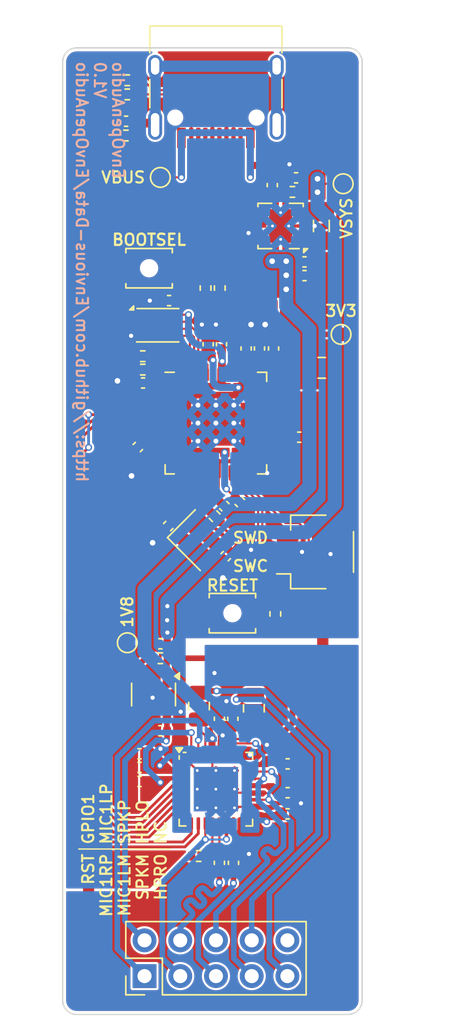
<source format=kicad_pcb>
(kicad_pcb (version 20240108) (generator "pcbnew") (generator_version "8.0")
  (title_block (title "EnvOpenAudio") (date "2021-09-14") (company "Envious.Design"))
  (layers (0 "F.Cu" signal) (31 "B.Cu" signal) (34 "B.Paste" user) (35 "F.Paste" user) (36 "B.SilkS" user "B.Silkscreen") (37 "F.SilkS" user "F.Silkscreen") (38 "B.Mask" user) (39 "F.Mask" user) (44 "Edge.Cuts" user))
  (net 0 "")
  (net 1 "VBUS")
  (net 2 "+1V1")
  (net 3 "/~{USB_BOOT}")
  (net 4 "/GPIO15")
  (net 5 "/GPIO14")
  (net 6 "/GPIO13")
  (net 7 "/GPIO12")
  (net 8 "/GPIO11")
  (net 9 "/GPIO10")
  (net 10 "/GPIO9")
  (net 11 "/GPIO8")
  (net 12 "/GPIO7")
  (net 13 "/GPIO25")
  (net 14 "/GPIO22")
  (net 15 "/GPIO21")
  (net 16 "/GPIO20")
  (net 17 "/GPIO19")
  (net 18 "/GPIO18")
  (net 19 "/GPIO17")
  (net 20 "/GPIO16")
  (net 21 "/RUN")
  (net 22 "/SWD")
  (net 23 "/SWCLK")
  (net 24 "/QSPI_SS")
  (net 25 "Net-(J1-SHIELD)")
  (net 26 "/QSPI_SD3")
  (net 27 "/QSPI_SCLK")
  (net 28 "/QSPI_SD0")
  (net 29 "/QSPI_SD2")
  (net 30 "/QSPI_SD1")
  (net 31 "+1V8")
  (net 32 "Net-(J1-CC1)")
  (net 33 "USB_D+")
  (net 34 "USB_D-")
  (net 35 "VSYS")
  (net 36 "+3V3")
  (net 37 "/XIN")
  (net 39 "Net-(J1-CC2)")
  (net 40 "/GPIO24")
  (net 41 "/GPIO23")
  (net 43 "GND")
  (net 44 "/GPIO27_ADC1")
  (net 45 "/GPIO26_ADC0")
  (net 46 "/GPIO28_ADC2")
  (net 47 "/GPIO29_ADC3")
  (net 48 "HPLO")
  (net 49 "HPRO")
  (net 50 "Net-(C3-Pad1)")
  (net 51 "MIC1RP")
  (net 52 "SPKP")
  (net 53 "AUDIO-RESET")
  (net 54 "AUDIO-GPIO1")
  (net 55 "Net-(U2-EN)")
  (net 56 "I2C0_SDA")
  (net 57 "I2C0_SCL")
  (net 58 "AUDIO-DOUT")
  (net 59 "AUDIO-DIN")
  (net 60 "AUDIO_WCLK")
  (net 61 "AUDIO_BCLK")
  (net 62 "AUDIO_MCLK")
  (net 64 "Net-(U5-HPL)")
  (net 65 "Net-(U5-HPR)")
  (net 66 "Net-(U5-MIC1LM)")
  (net 67 "Net-(U5-MIC1LP)")
  (net 68 "Net-(U2-L1)")
  (net 69 "Net-(U2-L2)")
  (net 70 "/FLASH_SS")
  (net 71 "/XOUT")
  (net 72 "Net-(R9-Pad1)")
  (net 73 "Net-(U3-EN)")
  (net 74 "Net-(U4-USB_DP)")
  (net 75 "Net-(U4-USB_DM)")
  (net 76 "Net-(U5-MICBIAS)")
  (net 79 "MIC1LN")
  (net 80 "MIC1LP")
  (net 81 "SPKN")
  (footprint "Resistor_SMD:R_0402_1005Metric" (layer "F.Cu") (at 64.775 88.75)
    (property "Reference" "R15" (hide yes))
    (property "Value" "22K 0402")
  )
  (footprint "TestPoint:TestPoint_Pad_D1.0mm" (layer "F.Cu") (at 62.05 40.55)
    (property "Reference" "TP1" (hide yes))
    (property "Value" "TestPoint")
  )
  (footprint "Capacitor_SMD:C_0402_1005Metric" (layer "F.Cu") (at 67.205 79 90)
    (property "Reference" "C31" (hide yes))
    (property "Value" "100nF 0402")
  )
  (footprint "Capacitor_SMD:C_0402_1005Metric" (layer "F.Cu") (at 67.7 63.6 -45)
    (property "Reference" "C11" (hide yes))
    (property "Value" "100nf 0402")
  )
  (footprint "Button_Switch_SMD:SW_SPST_B3U-1000P-B" (layer "F.Cu") (at 67.175 71.5 180)
    (property "Reference" "SW2" (hide yes))
    (property "Value" "B3U-1000")
  )
  (footprint "Capacitor_SMD:C_0402_1005Metric" (layer "F.Cu") (at 66.4 52.4 90)
    (property "Reference" "C19" (hide yes))
    (property "Value" "100nf 0402")
  )
  (footprint "Package_TO_SOT_SMD:SOT-23-5" (layer "F.Cu") (at 61.5675 77.275 -90)
    (property "Reference" "U3" (hide yes))
    (property "Value" "TLV75518PDBV")
  )
  (footprint "Capacitor_SMD:C_0402_1005Metric" (layer "F.Cu") (at 70.01 41.1 90)
    (property "Reference" "C6" (hide yes))
    (property "Value" "0.1uF 0402")
  )
  (footprint "TestPoint:TestPoint_Pad_D1.0mm" (layer "F.Cu") (at 74.9 51.7)
    (property "Reference" "TP4" (hide yes))
    (property "Value" "TestPoint")
  )
  (footprint "Capacitor_SMD:C_0402_1005Metric" (layer "F.Cu") (at 62.67 49.3 180)
    (property "Reference" "C4" (hide yes))
    (property "Value" "100nf 0402")
  )
  (footprint "Capacitor_SMD:C_0402_1005Metric" (layer "F.Cu") (at 60.57 81.485 180)
    (property "Reference" "C32" (hide yes))
    (property "Value" "10uF 0402")
  )
  (footprint "Capacitor_SMD:C_0402_1005Metric" (layer "F.Cu") (at 72.3 46.55)
    (property "Reference" "C9" (hide yes))
    (property "Value" "10uF 0402")
  )
  (footprint "Capacitor_SMD:C_0402_1005Metric" (layer "F.Cu") (at 66.6 63.9 -45)
    (property "Reference" "C23" (hide yes))
    (property "Value" "100nf 0402")
  )
  (footprint "Capacitor_SMD:C_0402_1005Metric" (layer "F.Cu") (at 66.25 79 90)
    (property "Reference" "C28" (hide yes))
    (property "Value" "10uF 0402")
  )
  (footprint "Capacitor_SMD:C_0402_1005Metric" (layer "F.Cu") (at 69.1 52.7 90)
    (property "Reference" "C17" (hide yes))
    (property "Value" "100nf 0402")
  )
  (footprint "Capacitor_SMD:C_0805_2012Metric" (layer "F.Cu") (at 68.7 78.25 90)
    (property "Reference" "C35" (hide yes))
    (property "Value" "47uF 0805")
  )
  (footprint "Capacitor_SMD:C_0402_1005Metric" (layer "F.Cu") (at 62.05 79.85)
    (property "Reference" "C16" (hide yes))
    (property "Value" "10uf 0402")
  )
  (footprint "Capacitor_SMD:C_0805_2012Metric" (layer "F.Cu") (at 73.525 54.075)
    (property "Reference" "C24" (hide yes))
    (property "Value" "10uf 0805")
  )
  (footprint "Resistor_SMD:R_0402_1005Metric" (layer "F.Cu") (at 62.05 74.7)
    (property "Reference" "R12" (hide yes))
    (property "Value" "100K 0402")
  )
  (footprint "Resistor_SMD:R_0402_1005Metric" (layer "F.Cu") (at 71.44 41.58 180)
    (property "Reference" "R7" (hide yes))
    (property "Value" "100ohm 0402")
  )
  (footprint "Capacitor_SMD:C_0402_1005Metric" (layer "F.Cu") (at 71.1 82.2)
    (property "Reference" "C38" (hide yes))
    (property "Value" "100nF 0402")
  )
  (footprint "Capacitor_SMD:C_0402_1005Metric" (layer "F.Cu") (at 62.610589 65.310589 -135)
    (property "Reference" "C2" (hide yes))
    (property "Value" "15pf 0402")
  )
  (footprint "NetTie:NetTie-2_SMD_Pad2.0mm" (layer "F.Cu") (at 74.3 36.400001 -90)
    (property "Reference" "NT1" (hide yes))
    (property "Value" "NetTie_2" (hide yes))
  )
  (footprint "Capacitor_SMD:C_0402_1005Metric" (layer "F.Cu") (at 66.7 67.45 -135)
    (property "Reference" "C3" (hide yes))
    (property "Value" "15pf 0402")
  )
  (footprint "TestPoint:TestPoint_Pad_D1.0mm" (layer "F.Cu") (at 59.7 73.6)
    (property "Reference" "TP3" (hide yes))
    (property "Value" "TestPoint")
  )
  (footprint "Capacitor_SMD:C_0402_1005Metric" (layer "F.Cu") (at 60.45 59.7 -135)
    (property "Reference" "C21" (hide yes))
    (property "Value" "100nf 0402")
  )
  (footprint "Capacitor_SMD:C_0402_1005Metric" (layer "F.Cu") (at 62.055 73.675)
    (property "Reference" "C12" (hide yes))
    (property "Value" "10uf 0402")
  )
  (footprint "Resistor_SMD:R_0402_1005Metric" (layer "F.Cu") (at 60.8 53.25 180)
    (property "Reference" "R3" (hide yes))
    (property "Value" "0r 0402")
  )
  (footprint "Resistor_SMD:R_0402_1005Metric" (layer "F.Cu") (at 59.6 37.575 180)
    (property "Reference" "R1" (hide yes))
    (property "Value" "220 0402")
  )
  (footprint "Capacitor_SMD:C_0402_1005Metric" (layer "F.Cu") (at 59.615 36.56)
    (property "Reference" "C1" (hide yes))
    (property "Value" "0.1uf 0402")
  )
  (footprint "Button_Switch_SMD:SW_SPST_B3U-1000P-B" (layer "F.Cu") (at 61.25 47 180)
    (property "Reference" "SW1" (hide yes))
    (property "Value" "B3U-1000")
  )
  (footprint "Capacitor_SMD:C_0402_1005Metric" (layer "F.Cu") (at 71.1 84.25)
    (property "Reference" "C37" (hide yes))
    (property "Value" "100nF 0402")
  )
  (footprint "Capacitor_SMD:C_0402_1005Metric" (layer "F.Cu") (at 71.7 40.58 180)
    (property "Reference" "C5" (hide yes))
    (property "Value" "10uF 0402")
  )
  (footprint "Capacitor_SMD:C_0402_1005Metric" (layer "F.Cu") (at 72.3 47.525)
    (property "Reference" "C10" (hide yes))
    (property "Value" "10uF 0402")
  )
  (footprint "Capacitor_SMD:C_0402_1005Metric" (layer "F.Cu") (at 71.1 85.75)
    (property "Reference" "C27" (hide yes))
    (property "Value" "10uF 0402")
  )
  (footprint "Resistor_SMD:R_0402_1005Metric" (layer "F.Cu") (at 60.8 54.2 180)
    (property "Reference" "R11" (hide yes))
    (property "Value" "1k 4020")
  )
  (footprint "Capacitor_SMD:C_0402_1005Metric" (layer "F.Cu") (at 70.1 52.7 90)
    (property "Reference" "C18" (hide yes))
    (property "Value" "100nf 0402")
  )
  (footprint "Resistor_SMD:R_0402_1005Metric" (layer "F.Cu") (at 66.275 48.41 -90)
    (property "Reference" "R14" (hide yes))
    (property "Value" "27r 0402")
  )
  (footprint "Resistor_SMD:R_0402_1005Metric" (layer "F.Cu") (at 65.910589 64.610589 -45)
    (property "Reference" "R8" (hide yes))
    (property "Value" "1k 4020")
  )
  (footprint "Package_DFN_QFN:VQFN-32-1EP_5x5mm_P0.5mm_EP3.15x3.15mm_ThermalVias" (layer "F.Cu") (at 66 84)
    (property "Reference" "U5" (hide yes))
    (property "Value" "TLV320AIC3100")
  )
  (footprint "Connector_PinHeader_2.54mm:PinHeader_2x05_P2.54mm_Vertical" (layer "F.Cu") (at 60.925 97.275 90)
    (property "Reference" "J3" (hide yes))
    (property "Value" "Conn_01x10")
  )
  (footprint "Capacitor_SMD:C_0402_1005Metric" (layer "F.Cu") (at 68.15 52.7 90)
    (property "Reference" "C15" (hide yes))
    (property "Value" "100nf 0402")
  )
  (footprint "Crystal:Crystal_SMD_2520-4Pin_2.5x2.0mm" (layer "F.Cu") (at 64.710589 66.310589 -45)
    (property "Reference" "Y1" (hide yes))
    (property "Value" "12Mhz 2520 18pF")
  )
  (footprint "Capacitor_SMD:C_0402_1005Metric" (layer "F.Cu") (at 71.925 59)
    (property "Reference" "C20" (hide yes))
    (property "Value" "100nf 0402")
  )
  (footprint "Capacitor_SMD:C_0402_1005Metric" (layer "F.Cu") (at 60.82 55.15 180)
    (property "Reference" "C22" (hide yes))
    (property "Value" "100nf 0402")
  )
  (footprint "Capacitor_SMD:C_0402_1005Metric" (layer "F.Cu") (at 60.57 82.45 180)
    (property "Reference" "C30" (hide yes))
    (property "Value" "10uF 0402")
  )
  (footprint "Resistor_SMD:R_0402_1005Metric" (layer "F.Cu") (at 65.265 48.41 -90)
    (property "Reference" "R13" (hide yes))
    (property "Value" "27r 0402")
  )
  (footprint "Resistor_SMD:R_0402_1005Metric" (layer "F.Cu") (at 70.225 71.55 90)
    (property "Reference" "R9" (hide yes))
    (property "Value" "1k 4020")
  )
  (footprint "Connector_USB:USB_C_Receptacle_HRO_TYPE-C-31-M-12" (layer "F.Cu") (at 66 33.7 180)
    (property "Reference" "J1" (hide yes))
    (property "Value" "USB_C_Receptacle_USB2.0" (hide yes))
  )
  (footprint "Package_SON:Texas_DRC0010J_ThermalVias" (layer "F.Cu") (at 70.6 44 180)
    (property "Reference" "U2" (hide yes))
    (property "Value" "TPS63001DRCR")
  )
  (footprint "Package_SON:SON-8-1EP_3x2mm_P0.5mm_EP1.4x1.6mm" (layer "F.Cu") (at 61.8625 51.05)
    (property "Reference" "U1" (hide yes))
    (property "Value" "W25Q16JVUXIQ")
  )
  (footprint "TestPoint:TestPoint_Pad_D1.0mm" (layer "F.Cu") (at 75.05 41)
    (property "Reference" "TP2" (hide yes))
    (property "Value" "TestPoint")
  )
  (footprint "Resistor_SMD:R_0402_1005Metric" (layer "F.Cu") (at 59.7 34.655)
    (property "Reference" "R5" (hide yes))
    (property "Value" "5.1K 0402")
  )
  (footprint "Resistor_SMD:R_0402_1005Metric" (layer "F.Cu") (at 59.7 33.65)
    (property "Reference" "R4" (hide yes))
    (property "Value" "5.1K 0402")
  )
  (footprint "RP2040_minimal:RP2040-QFN-56" (layer "F.Cu") (at 66 58)
    (property "Reference" "U4" (hide yes))
    (property "Value" "RP2040")
  )
  (footprint "Capacitor_SMD:C_0805_2012Metric" (layer "F.Cu") (at 64.8 78.1 90)
    (property "Reference" "C36" (hide yes))
    (property "Value" "47uF 0805")
  )
  (footprint "Capacitor_SMD:C_0402_1005Metric" (layer "F.Cu") (at 67.25 89.23 -90)
    (property "Reference" "C39" (hide yes))
    (property "Value" "1uF 0402")
  )
  (footprint "Capacitor_SMD:C_0402_1005Metric" (layer "F.Cu") (at 65.45 52.4 90)
    (property "Reference" "C14" (hide yes))
    (property "Value" "4.7uf 0402")
  )
  (footprint "Inductor_SMD:L_0805_2012Metric" (layer "F.Cu") (at 73.5 44 -90)
    (property "Reference" "L1" (hide yes))
    (property "Value" "MPL2016S2R2NHT")
  )
  (footprint "Connector_JST:JST_SH_SM03B-SRSS-TB_1x03-1MP_P1.00mm_Horizontal" (layer "F.Cu") (at 73.1 67.15 90)
    (property "Reference" "J2" (hide yes))
    (property "Value" "SM03B-SRSS-TB")
  )
  (footprint "Capacitor_SMD:C_0402_1005Metric" (layer "F.Cu") (at 66.25 89.23 -90)
    (property "Reference" "C40" (hide yes))
    (property "Value" "1uF 0402")
  )
  (footprint "Capacitor_SMD:C_0402_1005Metric" (layer "F.Cu") (at 60.57 83.45 180)
    (property "Reference" "C29" (hide yes))
    (property "Value" "100nF 0402")
  )
  (gr_line (start 56.25 88.25) (end 62.75 88.25) (stroke (width 0.1)) (layer "F.SilkS"))
  (gr_line (start 76.396366 32.35) (end 76.396366 99) (stroke (width 0.1)) (layer "Edge.Cuts"))
  (gr_line (start 75.396366 100) (end 56.103634 100) (stroke (width 0.1)) (layer "Edge.Cuts"))
  (gr_arc (start 75.396366 31.35) (mid 76.103473 31.642893) (end 76.396366 32.35) (stroke (width 0.1)) (layer "Edge.Cuts"))
  (gr_arc (start 76.396366 99) (mid 76.103471 99.707095) (end 75.396366 100) (stroke (width 0.1)) (layer "Edge.Cuts"))
  (gr_line (start 55.103634 99) (end 55.103634 32.35) (stroke (width 0.1)) (layer "Edge.Cuts"))
  (gr_line (start 56.103634 31.35) (end 75.396366 31.35) (stroke (width 0.1)) (layer "Edge.Cuts"))
  (gr_arc (start 55.103634 32.35) (mid 55.396529 31.642905) (end 56.103634 31.35) (stroke (width 0.1)) (layer "Edge.Cuts"))
  (gr_arc (start 56.103634 100) (mid 55.396505 99.707119) (end 55.103634 99) (stroke (width 0.1)) (layer "Edge.Cuts"))
  (gr_text "EnvOpenAudio\nV1.0\nhttps://github.com/Envious-Data/EnvOpenAudio" (at 56 32.25 -90) (layer "B.SilkS") (effects (font (size 0.8 0.8) (thickness 0.15) (bold yes)) (justify right bottom mirror)))
  (gr_text "VBUS" (at 61.05 40.55 0) (layer "F.SilkS") (effects (font (size 0.8 0.8) (thickness 0.15) (bold yes)) (justify right)))
  (gr_text "RESET" (at 67.175 70 0) (layer "F.SilkS") (effects (font (size 0.8 0.8) (thickness 0.15) (bold yes)) (justify bottom)))
  (gr_text "RST\nMIC1RP\nMIC1LM\nSPKM\nHPRO" (at 59.5 88.5 90) (layer "F.SilkS") (effects (font (size 0.8 0.8) (thickness 0.15) (bold yes)) (justify right)))
  (gr_text "SWC" (at 69.8 68.15 0) (layer "F.SilkS") (effects (font (size 0.8 0.8) (thickness 0.15) (bold yes)) (justify right)))
  (gr_text "VSYS" (at 75.75 43.45 90) (layer "F.SilkS") (effects (font (size 0.8 0.8) (thickness 0.15) (bold yes)) (justify bottom)))
  (gr_text "SWD" (at 69.8 66.15 0) (layer "F.SilkS") (effects (font (size 0.8 0.8) (thickness 0.15) (bold yes)) (justify right)))
  (gr_text "1V8" (at 59.7 72.6 90) (layer "F.SilkS") (effects (font (size 0.8 0.8) (thickness 0.15) (bold yes)) (justify left)))
  (gr_text "BOOTSEL" (at 61.25 45.45 0) (layer "F.SilkS") (effects (font (size 0.8 0.8) (thickness 0.16) (bold yes)) (justify bottom)))
  (gr_text "GPIO1\nMIC1LP\nSPKP\nHPLO\nNC" (at 59.5 88 90) (layer "F.SilkS") (effects (font (size 0.8 0.8) (thickness 0.15) (bold yes)) (justify left)))
  (gr_text "3V3" (at 74.9 50.5 0) (layer "F.SilkS") (effects (font (size 0.8 0.8) (thickness 0.15) (bold yes)) (justify bottom)))
  (segment (start 63.55 37.745) (end 63.55 40.55) (width 0.5) (layer "F.Cu") (net 1))
  (segment (start 68.45 37.745) (end 68.45 40.55) (width 0.5) (layer "F.Cu") (net 1))
  (segment (start 68.45 39.7) (end 68.45 40.55) (width 0.5) (layer "F.Cu") (net 1))
  (segment (start 72.5 34.4) (end 71.8 35.1) (width 0.5) (layer "F.Cu") (net 1))
  (segment (start 74.3 34.4) (end 72.5 34.4) (width 0.5) (layer "F.Cu") (net 1))
  (segment (start 63.55 40.55) (end 62.05 40.55) (width 0.15) (layer "F.Cu") (net 1))
  (segment (start 71.8 37.65) (end 69.75 39.7) (width 0.5) (layer "F.Cu") (net 1))
  (segment (start 69.75 39.7) (end 68.45 39.7) (width 0.5) (layer "F.Cu") (net 1))
  (segment (start 71.8 35.1) (end 71.8 37.65) (width 0.5) (layer "F.Cu") (net 1))
  (via (at 68.45 40.55) (size 0.5) (drill 0.3) (layers "F.Cu" "B.Cu") (net 1))
  (via (at 63.55 40.55) (size 0.5) (drill 0.3) (layers "F.Cu" "B.Cu") (net 1))
  (segment (start 63.55 37.375) (end 68.45 37.375) (width 0.5) (layer "B.Cu") (net 1))
  (segment (start 63.55 40.55) (end 63.55 37.375) (width 0.5) (layer "B.Cu") (net 1))
  (segment (start 68.45 37.375) (end 68.45 40.55) (width 0.5) (layer "B.Cu") (net 1))
  (segment (start 66.6 61.4375) (end 66.6 62.525) (width 0.15) (layer "F.Cu") (net 2))
  (segment (start 66.6 62.525) (end 67.335589 63.260589) (width 0.15) (layer "F.Cu") (net 2))
  (segment (start 67.335589 63.260589) (end 67.360589 63.260589) (width 0.15) (layer "F.Cu") (net 2))
  (segment (start 65.8 54.5625) (end 65.8 53.525) (width 0.15) (layer "F.Cu") (net 2))
  (via (at 66.625 60.075) (size 0.5) (drill 0.3) (layers "F.Cu" "B.Cu") (net 2))
  (via (at 65.8 53.525) (size 0.5) (drill 0.3) (layers "F.Cu" "B.Cu") (net 2))
  (via (at 67.6 55.475) (size 0.5) (drill 0.3) (layers "F.Cu" "B.Cu") (net 2))
  (via (at 66.75 62.675) (size 0.5) (drill 0.3) (layers "F.Cu" "B.Cu") (net 2))
  (segment (start 65.8 54.875) (end 65.8 53.525) (width 0.5) (layer "B.Cu") (net 2))
  (segment (start 66.625 60.075) (end 66.625 62.373224) (width 0.5) (layer "B.Cu") (net 2))
  (segment (start 67.6 55.475) (end 67.598899 55.473899) (width 0.5) (layer "B.Cu") (net 2))
  (segment (start 67.598899 55.473899) (end 66.33252 55.473899) (width 0.5) (layer "B.Cu") (net 2))
  (arc (start 66.33252 55.473899) (mid 65.952615 55.274808) (end 65.8 54.875) (width 0.5) (layer "B.Cu") (net 2))
  (arc (start 66.625 62.373224) (mid 66.657487 62.536544) (end 66.75 62.675) (width 0.5) (layer "B.Cu") (net 2))
  (segment (start 58.55 51.227208) (end 58.55 52.374264) (width 0.15) (layer "F.Cu") (net 3))
  (segment (start 59.6 53.424264) (end 59.6 54) (width 0.15) (layer "F.Cu") (net 3))
  (segment (start 58.55 52.374264) (end 59.6 53.424264) (width 0.15) (layer "F.Cu") (net 3))
  (segment (start 59.8 54.2) (end 60.290001 54.2) (width 0.15) (layer "F.Cu") (net 3))
  (segment (start 59.549999 47) (end 59.549999 50.227209) (width 0.15) (layer "F.Cu") (net 3))
  (segment (start 59.6 54) (end 59.8 54.2) (width 0.15) (layer "F.Cu") (net 3))
  (segment (start 59.549999 50.227209) (end 58.55 51.227208) (width 0.15) (layer "F.Cu") (net 3))
  (segment (start 65.474999 71.5) (end 65.474999 70.675001) (width 0.15) (layer "F.Cu") (net 21))
  (segment (start 72.6 68.8) (end 72.6 65.8) (width 0.15) (layer "F.Cu") (net 21))
  (segment (start 70.948528 65.1) (end 67.8 61.951472) (width 0.15) (layer "F.Cu") (net 21))
  (segment (start 65.474999 70.675001) (end 65.95 70.2) (width 0.15) (layer "F.Cu") (net 21))
  (segment (start 72.1 69.3) (end 72.6 68.8) (width 0.15) (layer "F.Cu") (net 21))
  (segment (start 71.9 65.1) (end 70.948528 65.1) (width 0.15) (layer "F.Cu") (net 21))
  (segment (start 69.5 70.2) (end 70.4 69.3) (width 0.15) (layer "F.Cu") (net 21))
  (segment (start 67.8 61.951472) (end 67.8 61.4375) (width 0.15) (layer "F.Cu") (net 21))
  (segment (start 65.95 70.2) (end 69.5 70.2) (width 0.15) (layer "F.Cu") (net 21))
  (segment (start 72.6 65.8) (end 71.9 65.1) (width 0.15) (layer "F.Cu") (net 21))
  (segment (start 70.4 69.3) (end 72.1 69.3) (width 0.15) (layer "F.Cu") (net 21))
  (segment (start 71.1 66.15) (end 70.15 66.15) (width 0.15) (layer "F.Cu") (net 22))
  (segment (start 70.15 66.15) (end 69.3 65.3) (width 0.15) (layer "F.Cu") (net 22))
  (segment (start 69.3 65.3) (end 69.3 63.875736) (width 0.15) (layer "F.Cu") (net 22))
  (segment (start 67.4 61.975736) (end 67.4 61.4375) (width 0.15) (layer "F.Cu") (net 22))
  (segment (start 69.3 63.875736) (end 67.4 61.975736) (width 0.15) (layer "F.Cu") (net 22))
  (segment (start 67 62) (end 69 64) (width 0.15) (layer "F.Cu") (net 23))
  (segment (start 67 61.4375) (end 67 62) (width 0.15) (layer "F.Cu") (net 23))
  (segment (start 69 64) (end 69 66.8) (width 0.15) (layer "F.Cu") (net 23))
  (segment (start 69 66.8) (end 70.35 68.15) (width 0.15) (layer "F.Cu") (net 23))
  (segment (start 70.35 68.15) (end 71.1 68.15) (width 0.15) (layer "F.Cu") (net 23))
  (segment (start 61.75 53.25) (end 62 53) (width 0.15) (layer "F.Cu") (net 24))
  (segment (start 61.309999 53.25) (end 61.75 53.25) (width 0.15) (layer "F.Cu") (net 24))
  (segment (start 61.309999 53.25) (end 61.309999 54.2) (width 0.15) (layer "F.Cu") (net 24))
  (segment (start 62 53) (end 62.42868 53) (width 0.15) (layer "F.Cu") (net 24))
  (segment (start 63.4 53.97132) (end 63.4 54.5625) (width 0.15) (layer "F.Cu") (net 24))
  (segment (start 62.42868 53) (end 63.4 53.97132) (width 0.15) (layer "F.Cu") (net 24))
  (segment (start 61.68 36.83) (end 61.68 36.56) (width 0.35) (layer "F.Cu") (net 25))
  (segment (start 60.11 37.575) (end 60.11 36.83) (width 0.35) (layer "F.Cu") (net 25))
  (segment (start 61.68 36.56) (end 60.095 36.56) (width 0.35) (layer "F.Cu") (net 25))
  (segment (start 60.11 36.83) (end 61.68 36.83) (width 0.35) (layer "F.Cu") (net 25))
  (segment (start 61.68 32.65) (end 61.68 36.83) (width 0.8) (layer "B.Cu") (net 25))
  (segment (start 70.32 32.65) (end 61.68 32.65) (width 0.8) (layer "B.Cu") (net 25))
  (segment (start 70.32 36.83) (end 70.32 32.65) (width 0.8) (layer "B.Cu") (net 25))
  (segment (start 63.9 50.8) (end 63.15 50.8) (width 0.15) (layer "F.Cu") (net 26))
  (segment (start 64.75 53.2) (end 64.75 51.65) (width 0.15) (layer "F.Cu") (net 26))
  (segment (start 64.75 51.65) (end 63.9 50.8) (width 0.15) (layer "F.Cu") (net 26))
  (segment (start 65.4 53.85) (end 64.75 53.2) (width 0.15) (layer "F.Cu") (net 26))
  (segment (start 65.4 54.5625) (end 65.4 53.85) (width 0.15) (layer "F.Cu") (net 26))
  (segment (start 64.45 51.9) (end 63.85 51.3) (width 0.15) (layer "F.Cu") (net 27))
  (segment (start 63.85 51.3) (end 63.15 51.3) (width 0.15) (layer "F.Cu") (net 27))
  (segment (start 65 54.5625) (end 65 53.874264) (width 0.15) (layer "F.Cu") (net 27))
  (segment (start 65 53.874264) (end 64.45 53.324264) (width 0.15) (layer "F.Cu") (net 27))
  (segment (start 64.45 53.324264) (end 64.45 51.9) (width 0.15) (layer "F.Cu") (net 27))
  (segment (start 64.15 52.024264) (end 64.15 53.448528) (width 0.15) (layer "F.Cu") (net 28))
  (segment (start 64.15 53.448528) (end 64.6 53.898528) (width 0.15) (layer "F.Cu") (net 28))
  (segment (start 63.15 51.8) (end 63.925736 51.8) (width 0.15) (layer "F.Cu") (net 28))
  (segment (start 63.925736 51.8) (end 64.15 52.024264) (width 0.15) (layer "F.Cu") (net 28))
  (segment (start 64.6 53.898528) (end 64.6 54.5625) (width 0.15) (layer "F.Cu") (net 28))
  (segment (start 62.677208 52.4) (end 64.2 53.922792) (width 0.15) (layer "F.Cu") (net 29))
  (segment (start 59.45 52) (end 59.85 52.4) (width 0.15) (layer "F.Cu") (net 29))
  (segment (start 59.75 51.3) (end 59.45 51.6) (width 0.15) (layer "F.Cu") (net 29))
  (segment (start 59.45 51.6) (end 59.45 52) (width 0.15) (layer "F.Cu") (net 29))
  (segment (start 60.575 51.3) (end 59.75 51.3) (width 0.15) (layer "F.Cu") (net 29))
  (segment (start 59.85 52.4) (end 62.677208 52.4) (width 0.15) (layer "F.Cu") (net 29))
  (segment (start 64.2 53.922792) (end 64.2 54.5625) (width 0.15) (layer "F.Cu") (net 29))
  (segment (start 59.725736 52.7) (end 62.552944 52.7) (width 0.15) (layer "F.Cu") (net 30))
  (segment (start 60.575 50.8) (end 59.825736 50.8) (width 0.15) (layer "F.Cu") (net 30))
  (segment (start 59.15 51.475736) (end 59.15 52.124264) (width 0.15) (layer "F.Cu") (net 30))
  (segment (start 59.825736 50.8) (end 59.15 51.475736) (width 0.15) (layer "F.Cu") (net 30))
  (segment (start 62.552944 52.7) (end 63.8 53.947056) (width 0.15) (layer "F.Cu") (net 30))
  (segment (start 63.8 53.947056) (end 63.8 54.5625) (width 0.15) (layer "F.Cu") (net 30))
  (segment (start 59.15 52.124264) (end 59.725736 52.7) (width 0.15) (layer "F.Cu") (net 30))
  (segment (start 62.5175 79.8375) (end 62.53 79.85) (width 0.4) (layer "F.Cu") (net 31))
  (segment (start 62.53 80.51) (end 62.46 80.58) (width 0.4) (layer "F.Cu") (net 31))
  (segment (start 62.05 83.61) (end 62.05 83.52) (width 0.4) (layer "F.Cu") (net 31))
  (segment (start 62.5175 78.4125) (end 62.5175 79.8375) (width 0.4) (layer "F.Cu") (net 31))
  (segment (start 62.53 79.85) (end 62.53 80.51) (width 0.4) (layer "F.Cu") (net 31))
  (via (at 62.05 83.52) (size 0.5) (drill 0.3) (layers "F.Cu" "B.Cu") (net 31))
  (via (at 62.46 80.58) (size 0.5) (drill 0.3) (layers "F.Cu" "B.Cu") (net 31))
  (segment (start 62.41 80.53) (end 62.46 80.58) (width 0.4) (layer "B.Cu") (net 31))
  (segment (start 61.02 81.267818) (end 61.757818 80.53) (width 0.4) (layer "B.Cu") (net 31))
  (segment (start 61.02 82.52) (end 61.02 81.267818) (width 0.4) (layer "B.Cu") (net 31))
  (segment (start 61.757818 80.53) (end 62.41 80.53) (width 0.4) (layer "B.Cu") (net 31))
  (segment (start 62.05 83.52) (end 61.05 82.52) (width 0.4) (layer "B.Cu") (net 31))
  (segment (start 61.05 82.52) (end 61.02 82.52) (width 0.4) (layer "B.Cu") (net 31))
  (segment (start 61.555 34.355) (end 66.305 34.355) (width 0.15) (layer "F.Cu") (net 32))
  (segment (start 66.305 34.355) (end 67.25 35.3) (width 0.15) (layer "F.Cu") (net 32))
  (segment (start 67.25 35.3) (end 67.25 37.745) (width 0.15) (layer "F.Cu") (net 32))
  (segment (start 60.85 33.65) (end 61.555 34.355) (width 0.15) (layer "F.Cu") (net 32))
  (segment (start 60.21 33.65) (end 60.85 33.65) (width 0.15) (layer "F.Cu") (net 32))
  (segment (start 65.31 40.96446) (end 66.02473 40.24973) (width 0.67) (layer "F.Cu") (net 33))
  (segment (start 66.25 39.025) (end 66.25 37.745) (width 0.25) (layer "F.Cu") (net 33))
  (segment (start 65.31 47.374999) (end 65.31 40.96446) (width 0.67) (layer "F.Cu") (net 33))
  (segment (start 66.25 39.225) (end 66.25 39.025) (width 0.25) (layer "F.Cu") (net 33))
  (segment (start 65.265 47.9) (end 65.265 47.419999) (width 0.67) (layer "F.Cu") (net 33))
  (segment (start 66.25 40.24973) (end 66.02473 40.24973) (width 0.25) (layer "F.Cu") (net 33))
  (segment (start 65.25 39.225) (end 66.25 39.225) (width 0.25) (layer "F.Cu") (net 33))
  (segment (start 66.25 39.025) (end 66.25 40.24973) (width 0.25) (layer "F.Cu") (net 33))
  (segment (start 65.25 37.745) (end 65.25 39.225) (width 0.25) (layer "F.Cu") (net 33))
  (segment (start 65.265 47.419999) (end 65.31 47.374999) (width 0.67) (layer "F.Cu") (net 33))
  (segment (start 66.75 40.90027) (end 66.67527 40.90027) (width 0.25) (layer "F.Cu") (net 34))
  (segment (start 66.23 41.34554) (end 66.67527 40.90027) (width 0.67) (layer "F.Cu") (net 34))
  (segment (start 66.75 36.325) (end 65.75 36.325) (width 0.25) (layer "F.Cu") (net 34))
  (segment (start 65.75 36.325) (end 65.75 37.745) (width 0.25) (layer "F.Cu") (net 34))
  (segment (start 66.67527 40.90027) (end 66.622506 40.953034) (width 0.67) (layer "F.Cu") (net 34))
  (segment (start 66.23 47.374999) (end 66.23 41.34554) (width 0.67) (layer "F.Cu") (net 34))
  (segment (start 66.275 47.419999) (end 66.23 47.374999) (width 0.67) (layer "F.Cu") (net 34))
  (segment (start 66.75 37.745) (end 66.75 36.325) (width 0.25) (layer "F.Cu") (net 34))
  (segment (start 66.75 37.745) (end 66.75 40.90027) (width 0.25) (layer "F.Cu") (net 34))
  (segment (start 66.275 47.9) (end 66.275 47.419999) (width 0.67) (layer "F.Cu") (net 34))
  (segment (start 62.5175 76.1375) (end 62.5175 73.6925) (width 0.4) (layer "F.Cu") (net 35))
  (segment (start 70.62 80.13) (end 71.45 79.3) (width 0.4) (layer "F.Cu") (net 35))
  (segment (start 73.225 41.6) (end 73.225 41) (width 0.15) (layer "F.Cu") (net 35))
  (segment (start 62.535 71.015) (end 62.535 73.675) (width 0.5) (layer "F.Cu") (net 35))
  (segment (start 62.55 71) (end 62.535 71.015) (width 0.5) (layer "F.Cu") (net 35))
  (segment (start 69.65 74.7) (end 62.5175 74.7) (width 0.4) (layer "F.Cu") (net 35))
  (segment (start 70.62 84.25) (end 70.62 82.2) (width 0.4) (layer "F.Cu") (net 35))
  (segment (start 71.45 79.3) (end 71.45 76.5) (width 0.4) (layer "F.Cu") (net 35))
  (segment (start 71.45 76.5) (end 69.65 74.7) (width 0.4) (layer "F.Cu") (net 35))
  (segment (start 73.225 39.475002) (end 73.225 40.65) (width 0.6) (layer "F.Cu") (net 35))
  (segment (start 62.5175 73.6925) (end 62.535 73.675) (width 0.4) (layer "F.Cu") (net 35))
  (segment (start 70.62 82.2) (end 70.62 80.13) (width 0.4) (layer "F.Cu") (net 35))
  (segment (start 73.225 41) (end 75.05 41) (width 0.15) (layer "F.Cu") (net 35))
  (segment (start 62.5175 74.7) (end 62.5175 76.1375) (width 0.4) (layer "F.Cu") (net 35))
  (segment (start 74.3 38.400002) (end 73.225 39.475002) (width 0.6) (layer "F.Cu") (net 35))
  (via (at 62.55 71) (size 0.5) (drill 0.3) (layers "F.Cu" "B.Cu") (net 35))
  (via (at 62.535 72) (size 0.5) (drill 0.3) (layers "F.Cu" "B.Cu") (net 35))
  (via (at 73.225 41.6) (size 0.8) (drill 0.4) (layers "F.Cu" "B.Cu") (net 35))
  (via (at 62.55 72.875) (size 0.5) (drill 0.3) (layers "F.Cu" "B.Cu") (net 35))
  (via (at 73.225 40.65) (size 0.8) (drill 0.4) (layers "F.Cu" "B.Cu") (net 35))
  (segment (start 67.45 65.75) (end 72.45 65.75) (width 1) (layer "B.Cu") (net 35))
  (segment (start 73.225 42.725) (end 73.225 40.65) (width 1) (layer "B.Cu") (net 35))
  (segment (start 74.45 63.75) (end 74.45 43.95) (width 1) (layer "B.Cu") (net 35))
  (segment (start 72.45 65.75) (end 74.45 63.75) (width 1) (layer "B.Cu") (net 35))
  (segment (start 62.55 70.65) (end 67.45 65.75) (width 1) (layer "B.Cu") (net 35))
  (segment (start 74.45 43.95) (end 73.225 42.725) (width 1) (layer "B.Cu") (net 35))
  (segment (start 62.55 72.875) (end 62.55 70.65) (width 1) (layer "B.Cu") (net 35))
  (segment (start 66.2 61.4375) (end 66.2 63.5) (width 0.15) (layer "F.Cu") (net 36))
  (segment (start 66.25 79.48) (end 66.25 79.95) (width 0.4) (layer "F.Cu") (net 36))
  (segment (start 61.55 55.4) (end 61.3 55.15) (width 0.15) (layer "F.Cu") (net 36))
  (segment (start 62.5625 55.4) (end 61.55 55.4) (width 0.15) (layer "F.Cu") (net 36))
  (segment (start 63.15 50.3) (end 63.15 49.3) (width 0.15) (layer "F.Cu") (net 36))
  (segment (start 66.25 79.95) (end 66.48 80.18) (width 0.4) (layer "F.Cu") (net 36))
  (segment (start 61.15 59) (end 60.789411 59.360589) (width 0.15) (layer "F.Cu") (net 36))
  (segment (start 62.5625 59) (end 61.15 59) (width 0.15) (layer "F.Cu") (net 36))
  (segment (start 74.9 51.7) (end 72.6 51.7) (width 0.4) (layer "F.Cu") (net 36))
  (segment (start 69.4375 59) (end 71.445 59) (width 0.15) (layer "F.Cu") (net 36))
  (segment (start 66.2 63.5) (end 66.260589 63.560589) (width 0.15) (layer "F.Cu") (net 36))
  (segment (start 63.15 50.3) (end 64.05 50.3) (width 0.15) (layer "F.Cu") (net 36))
  (via (at 62.02 82.32) (size 0.5) (drill 0.3) (layers "F.Cu" "B.Cu") (net 36))
  (via (at 69.61 86.31) (size 0.5) (drill 0.3) (layers "F.Cu" "B.Cu") (net 36))
  (via (at 71 48.5) (size 0.8) (drill 0.4) (layers "F.Cu" "B.Cu") (net 36))
  (via (at 66.48 80.18) (size 0.5) (drill 0.3) (layers "F.Cu" "B.Cu") (net 36))
  (via (at 66.45 53.602445) (size 0.5) (drill 0.3) (layers "F.Cu" "B.Cu") (net 36))
  (via (at 64.05 50.3) (size 0.5) (drill 0.3) (layers "F.Cu" "B.Cu") (net 36))
  (via (at 70 46.5) (size 0.8) (drill 0.4) (layers "F.Cu" "B.Cu") (net 36))
  (via (at 71 46.5) (size 0.8) (drill 0.4) (layers "F.Cu" "B.Cu") (net 36))
  (via (at 71 47.5) (size 0.8) (drill 0.4) (layers "F.Cu" "B.Cu") (net 36))
  (segment (start 72.65 62.5) (end 72.65 51.35) (width 1) (layer "B.Cu") (net 36))
  (segment (start 66.07 81.62) (end 66.05 81.64) (width 0.4) (layer "B.Cu") (net 36))
  (segment (start 66.975 81.35) (end 66.975 80.262918) (width 1) (layer "B.Cu") (net 36))
  (segment (start 71.4 63.75) (end 72.65 62.5) (width 1) (layer "B.Cu") (net 36))
  (segment (start 66.34 81.62) (end 66.07 81.62) (width 0.4) (layer "B.Cu") (net 36))
  (segment (start 66.48 80.18) (end 66.43 80.23) (width 0.4) (layer "B.Cu") (net 36))
  (segment (start 64.05 51.475) (end 64.05 50.3) (width 0.5) (layer "B.Cu") (net 36))
  (segment (start 69.52 86.22) (end 69.61 86.31) (width 0.4) (layer "B.Cu") (net 36))
  (segment (start 66.05 81.64) (end 62.7 81.64) (width 0.4) (layer "B.Cu") (net 36))
  (segment (start 66.975 80.262918) (end 60.925 74.212918) (width 1) (layer "B.Cu") (net 36))
  (segment (start 60.925 69.8) (end 66.975 63.75) (width 1) (layer "B.Cu") (net 36))
  (segment (start 65.754441 52.475) (end 65.05 52.475) (width 0.5) (layer "B.Cu") (net 36))
  (segment (start 66.43 81.53) (end 66.34 81.62) (width 0.4) (layer "B.Cu") (net 36))
  (segment (start 66.45 53.602445) (end 66.45 53.170559) (width 0.5) (layer "B.Cu") (net 36))
  (segment (start 71 49.7) (end 71 46.5) (width 1) (layer "B.Cu") (net 36))
  (segment (start 70 46.5) (end 71 46.5) (width 1) (layer "B.Cu") (net 36))
  (segment (start 62.7 81.64) (end 62.02 82.32) (width 0.4) (layer "B.Cu") (net 36))
  (segment (start 66.43 80.23) (end 66.43 81.53) (width 0.4) (layer "B.Cu") (net 36))
  (segment (start 68.07 86.22) (end 69.52 86.22) (width 0.4) (layer "B.Cu") (net 36))
  (segment (start 60.925 74.212918) (end 60.925 69.8) (width 1) (layer "B.Cu") (net 36))
  (segment (start 72.65 51.35) (end 71 49.7) (width 1) (layer "B.Cu") (net 36))
  (segment (start 66.975 63.75) (end 71.4 63.75) (width 1) (layer "B.Cu") (net 36))
  (arc (start 65.05 52.475) (mid 64.342893 52.182107) (end 64.05 51.475) (width 0.5) (layer "B.Cu") (net 36))
  (arc (start 66.45 53.170559) (mid 66.246275 52.678725) (end 65.754441 52.475) (width 0.5) (layer "B.Cu") (net 36))
  (segment (start 65.4 62.95) (end 65.4 61.4375) (width 0.15) (layer "F.Cu") (net 37))
  (segment (start 63.8 64.55) (end 65.4 62.95) (width 0.15) (layer "F.Cu") (net 37))
  (segment (start 62.95 64.971178) (end 63.371178 64.55) (width 0.15) (layer "F.Cu") (net 37))
  (segment (start 62.95 65.539949) (end 63.596896 66.186845) (width 0.15) (layer "F.Cu") (net 37))
  (segment (start 62.95 64.971178) (end 62.95 65.539949) (width 0.15) (layer "F.Cu") (net 37))
  (segment (start 63.371178 64.55) (end 63.8 64.55) (width 0.15) (layer "F.Cu") (net 37))
  (segment (start 64.25 37.745) (end 64.25 35.2) (width 0.15) (layer "F.Cu") (net 39))
  (segment (start 64.25 35.2) (end 63.705 34.655) (width 0.15) (layer "F.Cu") (net 39))
  (segment (start 63.705 34.655) (end 60.21 34.655) (width 0.15) (layer "F.Cu") (net 39))
  (segment (start 65.75 81.55) (end 65.75 80.4) (width 0.15) (layer "F.Cu") (net 43))
  (segment (start 70.1 44.5) (end 70.6 44) (width 0.2) (layer "F.Cu") (net 43))
  (segment (start 56.95 92.85) (end 56.95 89.4) (width 0.8) (layer "F.Cu") (net 43))
  (segment (start 66.25 84.25) (end 66 84) (width 0.15) (layer "F.Cu") (net 43))
  (segment (start 69.2 44.5) (end 70.1 44.5) (width 0.2) (layer "F.Cu") (net 43))
  (segment (start 63.5625 82.25) (end 64.25 82.25) (width 0.15) (layer "F.Cu") (net 43))
  (segment (start 71.69 44) (end 71.175 44) (width 0.2) (layer "F.Cu") (net 43))
  (segment (start 68.4375 85.25) (end 67.25 85.25) (width 0.15) (layer "F.Cu") (net 43))
  (segment (start 68.4375 84.25) (end 66.25 84.25) (width 0.15) (layer "F.Cu") (net 43))
  (segment (start 67.75 81.55) (end 68.425 81.55) (width 0.15) (layer "F.Cu") (net 43))
  (segment (start 59.971752 51.8) (end 60.575 51.8) (width 0.15) (layer "F.Cu") (net 43))
  (segment (start 72 44) (end 73.02 44) (width 0.2) (layer "F.Cu") (net 43))
  (segment (start 71.1 67.15) (end 72.125 67.15) (width 0.15) (layer "F.Cu") (net 43))
  (segment (start 71.69 44) (end 70.6 44) (width 0.2) (layer "F.Cu") (net 43))
  (segment (start 67.25 85.25) (end 66 84) (width 0.15) (layer "F.Cu") (net 43))
  (segment (start 72 44) (end 71.69 44) (width 0.2) (layer "F.Cu") (net 43))
  (segment (start 65.75 83.75) (end 66 84) (width 0.15) (layer "F.Cu") (net 43))
  (segment (start 65.75 81.5625) (end 65.75 83.75) (width 0.15) (layer "F.Cu") (net 43))
  (segment (start 69.2 44.5) (end 68.32 44.5) (width 0.2) (layer "F.Cu") (net 43))
  (segment (start 72.05 85) (end 70.325 85) (width 0.15) (layer "F.Cu") (net 43))
  (segment (start 64.25 82.25) (end 66 84) (width 0.15) (layer "F.Cu") (net 43))
  (segment (start 63.55 82.25) (end 63.11 82.25) (width 0.15) (layer "F.Cu") (net 43))
  (segment (start 56.9 92.9) (end 56.95 92.85) (width 0.4) (layer "F.Cu") (net 43))
  (segment (start 69.258248 85.25) (end 68.45 85.25) (width 0.15) (layer "F.Cu") (net 43))
  (segment (start 69.875 85.45) (end 69.458248 85.45) (width 0.15) (layer "F.Cu") (net 43))
  (segment (start 69.458248 85.45) (end 69.258248 85.25) (width 0.15) (layer "F.Cu") (net 43))
  (segment (start 62.06 81.2) (end 62.06 81.13) (width 0.15) (layer "F.Cu") (net 43))
  (segment (start 63.11 82.25) (end 62.06 81.2) (width 0.15) (layer "F.Cu") (net 43))
  (segment (start 70.325 85) (end 69.875 85.45) (width 0.15) (layer "F.Cu") (net 43))
  (segment (start 73.6 75.1) (end 73.6 72.3) (width 0.8) (layer "F.Cu") (net 43))
  (via (at 63.5 78.5) (size 0.5) (drill 0.3) (layers "F.Cu" "B.Cu") (net 43))
  (via (at 59.971752 51.8) (size 0.5) (drill 0.3) (layers "F.Cu" "B.Cu") (net 43))
  (via (at 74.15 67.3) (size 0.5) (drill 0.3) (layers "F.Cu" "B.Cu") (net 43))
  (via (at 68.425 81.55) (size 0.5) (drill 0.3) (layers "F.Cu" "B.Cu") (net 43))
  (via (at 72.125 67.15) (size 0.5) (drill 0.3) (layers "F.Cu" "B.Cu") (net 43))
  (via (at 68.5 51) (size 0.8) (drill 0.4) (layers "F.Cu" "B.Cu") (net 43))
  (via (at 66.5 69) (size 0.8) (drill 0.4) (layers "F.Cu" "B.Cu") (net 43))
  (via (at 60 61.75) (size 0.8) (drill 0.4) (layers "F.Cu" "B.Cu") (net 43))
  (via (at 72.05 85) (size 0.5) (drill 0.3) (layers "F.Cu" "B.Cu") (net 43))
  (via (at 69.65 61.55) (size 0.5) (drill 0.3) (layers "F.Cu" "B.Cu") (net 43))
  (via (at 73.02 44) (size 0.5) (drill 0.3) (layers "F.Cu" "B.Cu") (net 43))
  (via (at 68.35 88.6) (size 0.5) (drill 0.3) (layers "F.Cu" "B.Cu") (net 43))
  (via (at 68.32 44.5) (size 0.5) (drill 0.3) (layers "F.Cu" "B.Cu") (net 43))
  (via (at 59 55) (size 0.8) (drill 0.4) (layers "F.Cu" "B.Cu") (net 43))
  (via (at 65 51) (size 0.5) (drill 0.3) (layers "F.Cu" "B.Cu") (net 43))
  (via (at 69.625 80.85) (size 0.5) (drill 0.3) (layers "F.Cu" "B.Cu") (net 43))
  (via (at 65.75 80.4) (size 0.5) (drill 0.3) (layers "F.Cu" "B.Cu") (net 43))
  (via (at 61.3 49.3) (size 0.5) (drill 0.3) (layers "F.Cu" "B.Cu") (net 43))
  (via (at 66 51) (size 0.5) (drill 0.3) (layers "F.Cu" "B.Cu") (net 43))
  (via (at 68.5 67) (size 0.5) (drill 0.3) (layers "F.Cu" "B.Cu") (net 43))
  (via (at 66.75 77.75) (size 0.5) (drill 0.3) (layers "F.Cu" "B.Cu") (net 43))
  (via (at 71.23 39.62) (size 0.5) (drill 0.3) (layers "F.Cu" "B.Cu") (net 43))
  (via (at 62.06 81.13) (size 0.5) (drill 0.3) (layers "F.Cu" "B.Cu") (net 43))
  (via (at 61.5 66.5) (size 0.8) (drill 0.4) (layers "F.Cu" "B.Cu") (net 43))
  (via (at 61.5 77.5) (size 0.5) (drill 0.3) (layers "F.Cu" "B.Cu") (net 43))
  (via (at 65.9 75.75) (size 0.5) (drill 0.3) (layers "F.Cu" "B.Cu") (net 43))
  (via (at 69.5 51) (size 0.8) (drill 0.4) (layers "F.Cu" "B.Cu") (net 43))
  (segment (start 67.775 77.3) (end 68.7 77.3) (width 0.4) (layer "F.Cu") (net 48))
  (segment (start 67.45 77.625) (end 67.775 77.3) (width 0.4) (layer "F.Cu") (net 48))
  (via (at 67.45 77.625) (size 0.5) (drill 0.3) (layers "F.Cu" "B.Cu") (net 48))
  (segment (start 73.26 87.148454) (end 68.545 91.863454) (width 0.4) (layer "B.Cu") (net 48))
  (segment (start 69.307182 77.625) (end 73.26 81.577818) (width 0.4) (layer "B.Cu") (net 48))
  (segment (start 68.545 91.863454) (end 68.545 94.735) (width 0.4) (layer "B.Cu") (net 48))
  (segment (start 73.26 81.577818) (end 73.26 87.148454) (width 0.4) (layer "B.Cu") (net 48))
  (segment (start 67.45 77.625) (end 69.307182 77.625) (width 0.4) (layer "B.Cu") (net 48))
  (segment (start 64.925 77.025) (end 64.8 77.15) (width 0.4) (layer "F.Cu") (net 49))
  (segment (start 66.05 77.025) (end 64.925 77.025) (width 0.4) (layer "F.Cu") (net 49))
  (via (at 66.05 77.025) (size 0.5) (drill 0.3) (layers "F.Cu" "B.Cu") (net 49))
  (segment (start 73.81 81.35) (end 73.81 87.376272) (width 0.4) (layer "B.Cu") (net 49))
  (segment (start 66.05 77.025) (end 69.485 77.025) (width 0.4) (layer "B.Cu") (net 49))
  (segment (start 69.8 91.386272) (end 69.8 95.99) (width 0.4) (layer "B.Cu") (net 49))
  (segment (start 73.81 87.376272) (end 69.8 91.386272) (width 0.4) (layer "B.Cu") (net 49))
  (segment (start 69.8 95.99) (end 71.085 97.275) (width 0.4) (layer "B.Cu") (net 49))
  (segment (start 69.485 77.025) (end 73.81 81.35) (width 0.4) (layer "B.Cu") (net 49))
  (segment (start 66.271213 64.971213) (end 66.271213 65.171213) (width 0.2) (layer "F.Cu") (net 50))
  (segment (start 66.214949 66.825) (end 65.824282 66.434333) (width 0.2) (layer "F.Cu") (net 50))
  (segment (start 66.271213 65.171213) (end 67.323294 66.223294) (width 0.2) (layer "F.Cu") (net 50))
  (segment (start 67.039411 67.110589) (end 66.753822 66.825) (width 0.2) (layer "F.Cu") (net 50))
  (segment (start 67.323294 66.826706) (end 67.039411 67.110589) (width 0.2) (layer "F.Cu") (net 50))
  (segment (start 66.753822 66.825) (end 66.214949 66.825) (width 0.2) (layer "F.Cu") (net 50))
  (arc (start 67.323294 66.223294) (mid 67.448265 66.525) (end 67.323294 66.826706) (width 0.2) (layer "F.Cu") (net 50))
  (segment (start 64.265 88.56) (end 65.25 87.575) (width 0.15) (layer "F.Cu") (net 51))
  (segment (start 65.25 86.45) (end 65.25 87.575) (width 0.15) (layer "F.Cu") (net 51))
  (segment (start 64.265 88.75) (end 64.265 88.56) (width 0.15) (layer "F.Cu") (net 51))
  (segment (start 66.75 87.55) (end 66.75 86.45) (width 0.25) (layer "F.Cu") (net 51))
  (via (at 66.75 87.55) (size 0.5) (drill 0.3) (layers "F.Cu" "B.Cu") (net 51))
  (via (at 65.25 87.575) (size 0.5) (drill 0.3) (layers "F.Cu" "B.Cu") (net 51))
  (segment (start 63.465 97.275) (end 62.19 96) (width 0.4) (layer "B.Cu") (net 51))
  (segment (start 62.19 90.635) (end 65.25 87.575) (width 0.4) (layer "B.Cu") (net 51))
  (segment (start 62.19 96) (end 62.19 90.635) (width 0.4) (layer "B.Cu") (net 51))
  (segment (start 66.725 87.575) (end 65.25 87.575) (width 0.15) (layer "B.Cu") (net 51))
  (segment (start 66.75 87.55) (end 66.725 87.575) (width 0.15) (layer "B.Cu") (net 51))
  (segment (start 68.45 83.25) (end 69.4 83.25) (width 0.15) (layer "F.Cu") (net 52))
  (segment (start 68.825 80.75) (end 67.4125 80.75) (width 0.15) (layer "F.Cu") (net 52))
  (segment (start 67.25 80.9125) (end 67.25 81.55) (width 0.15) (layer "F.Cu") (net 52))
  (segment (start 67.4125 80.75) (end 67.25 80.9125) (width 0.15) (layer "F.Cu") (net 52))
  (via (at 68.825 80.75) (size 0.5) (drill 0.3) (layers "F.Cu" "B.Cu") (net 52))
  (via (at 69.4 83.25) (size 0.5) (drill 0.3) (layers "F.Cu" "B.Cu") (net 52))
  (segment (start 69.599541 88.913865) (end 69.424337 88.738661) (width 0.4) (layer "B.Cu") (net 52))
  (segment (start 70.81 88.042817) (end 70.81 86.628529) (width 0.4) (layer "B.Cu") (net 52))
  (segment (start 69.4 81.6) (end 69.4 83.25) (width 0.25) (layer "B.Cu") (net 52))
  (segment (start 69.01 84.828529) (end 70.81 86.628529) (width 0.4) (layer "B.Cu") (net 52))
  (segment (start 66.005 92.847818) (end 69.59954 89.253277) (width 0.4) (layer "B.Cu") (net 52))
  (segment (start 70.44807 88.404748) (end 70.81 88.042817) (width 0.4) (layer "B.Cu") (net 52))
  (segment (start 69.01 84.828529) (end 69.01 83.64) (width 0.4) (layer "B.Cu") (net 52))
  (segment (start 69.1 81.025) (end 69.1 81.3) (width 0.25) (layer "B.Cu") (net 52))
  (segment (start 69.424336 88.399251) (end 69.509191 88.314397) (width 0.4) (layer "B.Cu") (net 52))
  (segment (start 68.825 80.75) (end 69.1 81.025) (width 0.25) (layer "B.Cu") (net 52))
  (segment (start 66.005 94.735) (end 66.005 92.847818) (width 0.4) (layer "B.Cu") (net 52))
  (segment (start 69.01 83.64) (end 69.4 83.25) (width 0.4) (layer "B.Cu") (net 52))
  (segment (start 69.848601 88.314398) (end 70.023806 88.489603) (width 0.4) (layer "B.Cu") (net 52))
  (segment (start 70.363218 88.489602) (end 70.44807 88.404748) (width 0.4) (layer "B.Cu") (net 52))
  (segment (start 69.1 81.3) (end 69.4 81.6) (width 0.25) (layer "B.Cu") (net 52))
  (arc (start 70.023806 88.489603) (mid 70.193511 88.559898) (end 70.363218 88.489602) (width 0.4) (layer "B.Cu") (net 52))
  (arc (start 69.509191 88.314397) (mid 69.678896 88.244103) (end 69.848601 88.314398) (width 0.4) (layer "B.Cu") (net 52))
  (arc (start 69.424337 88.738661) (mid 69.354043 88.568955) (end 69.424336 88.399251) (width 0.4) (layer "B.Cu") (net 52))
  (arc (start 69.59954 89.253277) (mid 69.669835 89.083571) (end 69.599541 88.913865) (width 0.4) (layer "B.Cu") (net 52))
  (segment (start 64.75 81.55) (end 64.75 80.52) (width 0.15) (layer "F.Cu") (net 53))
  (via (at 64.75 80.52) (size 0.5) (drill 0.3) (layers "F.Cu" "B.Cu") (net 53))
  (segment (start 64.64 79.13) (end 61.602183 79.13) (width 0.4) (layer "B.Cu") (net 53))
  (segment (start 61.602183 79.13) (end 58.99 81.742183) (width 0.4) (layer "B.Cu") (net 53))
  (segment (start 64.85 79.34) (end 64.64 79.13) (width 0.4) (layer "B.Cu") (net 53))
  (segment (start 64.75 80.52) (end 64.85 80.42) (width 0.4) (layer "B.Cu") (net 53))
  (segment (start 64.85 80.42) (end 64.85 79.34) (width 0.4) (layer "B.Cu") (net 53))
  (segment (start 58.99 81.742183) (end 58.99 95.34) (width 0.4) (layer "B.Cu") (net 53))
  (segment (start 58.99 95.34) (end 60.925 97.275) (width 0.4) (layer "B.Cu") (net 53))
  (segment (start 64.25 81.55) (end 64.25 79.98) (width 0.15) (layer "F.Cu") (net 54))
  (via (at 64.25 79.98) (size 0.5) (drill 0.3) (layers "F.Cu" "B.Cu") (net 54))
  (segment (start 64.25 79.98) (end 61.53 79.98) (width 0.4) (layer "B.Cu") (net 54))
  (segment (start 61.53 79.98) (end 59.54 81.97) (width 0.4) (layer "B.Cu") (net 54))
  (segment (start 59.54 81.97) (end 59.54 93.35) (width 0.4) (layer "B.Cu") (net 54))
  (segment (start 59.54 93.35) (end 60.925 94.735) (width 0.4) (layer "B.Cu") (net 54))
  (segment (start 64.25 86.4375) (end 64.25 87.155026) (width 0.2) (layer "F.Cu") (net 56))
  (segment (start 56.65 60.025) (end 56.95 59.725) (width 0.2) (layer "F.Cu") (net 56))
  (segment (start 56.65 85.980026) (end 56.65 60.025) (width 0.2) (layer "F.Cu") (net 56))
  (segment (start 63.655026 87.75) (end 64.25 87.155026) (width 0.2) (layer "F.Cu") (net 56))
  (segment (start 57.605026 57.4) (end 58.777513 56.227513) (width 0.2) (layer "F.Cu") (net 56))
  (segment (start 62.5625 55.8) (end 59.205024 55.8) (width 0.2) (layer "F.Cu") (net 56))
  (segment (start 58.777513 56.227512) (end 59.205024 55.8) (width 0.2) (layer "F.Cu") (net 56))
  (segment (start 56.65 85.980026) (end 58.419974 87.75) (width 0.2) (layer "F.Cu") (net 56))
  (segment (start 58.777513 56.227513) (end 58.777513 56.227512) (width 0.2) (layer "F.Cu") (net 56))
  (segment (start 56.95 57.4) (end 57.605026 57.4) (width 0.2) (layer "F.Cu") (net 56))
  (segment (start 58.419974 87.75) (end 63.655026 87.75) (width 0.2) (layer "F.Cu") (net 56))
  (via (at 56.95 57.4) (size 0.5) (drill 0.3) (layers "F.Cu" "B.Cu") (net 56))
  (via (at 56.95 59.725) (size 0.5) (drill 0.3) (layers "F.Cu" "B.Cu") (net 56))
  (segment (start 56.95 59.725) (end 56.95 57.4) (width 0.2) (layer "B.Cu") (net 56))
  (segment (start 64.75 87.15) (end 64.75 86.4375) (width 0.2) (layer "F.Cu") (net 57))
  (segment (start 56.3 59.2) (end 56.3 86.125) (width 0.2) (layer "F.Cu") (net 57))
  (segment (start 56.3 86.125) (end 58.275 88.1) (width 0.2) (layer "F.Cu") (net 57))
  (segment (start 58.275 88.1) (end 63.8 88.1) (width 0.2) (layer "F.Cu") (net 57))
  (segment (start 62.5625 56.2) (end 59.3 56.2) (width 0.2) (layer "F.Cu") (net 57))
  (segment (start 63.8 88.1) (end 64.75 87.15) (width 0.2) (layer "F.Cu") (net 57))
  (segment (start 59.3 56.2) (end 56.3 59.2) (width 0.2) (layer "F.Cu") (net 57))
  (segment (start 62.5625 58.2) (end 59.775 58.2) (width 0.2) (layer "F.Cu") (net 58))
  (segment (start 58.4 85.210052) (end 59.189948 86) (width 0.2) (layer "F.Cu") (net 58))
  (segment (start 59.775 58.2) (end 59.774935 58.199935) (width 0.2) (layer "F.Cu") (net 58))
  (segment (start 63.5625 83.75) (end 62.920104 83.75) (width 0.2) (layer "F.Cu") (net 58))
  (segment (start 59.200001 58.774869) (end 59.200001 60.654898) (width 0.2) (layer "F.Cu") (net 58))
  (segment (start 59.774935 58.199935) (end 59.200001 58.774869) (width 0.2) (layer "F.Cu") (net 58))
  (segment (start 59.200001 60.654898) (end 58.4 61.454899) (width 0.2) (layer "F.Cu") (net 58))
  (segment (start 62.920104 83.75) (end 60.670104 86) (width 0.2) (layer "F.Cu") (net 58))
  (segment (start 60.670104 86) (end 59.189948 86) (width 0.2) (layer "F.Cu") (net 58))
  (segment (start 58.4 61.454899) (end 58.4 85.210052) (width 0.2) (layer "F.Cu") (net 58))
  (segment (start 59.044974 86.35) (end 58.05 85.355026) (width 0.2) (layer "F.Cu") (net 59))
  (segment (start 58.05 61.309925) (end 58.850001 60.509924) (width 0.2) (layer "F.Cu") (net 59))
  (segment (start 58.850001 58.629895) (end 59.679896 57.8) (width 0.2) (layer "F.Cu") (net 59))
  (segment (start 59.679896 57.8) (end 62.5625 57.8) (width 0.2) (layer "F.Cu") (net 59))
  (segment (start 62.915078 84.25) (end 60.815078 86.35) (width 0.2) (layer "F.Cu") (net 59))
  (segment (start 58.850001 60.509924) (end 58.850001 58.629895) (width 0.2) (layer "F.Cu") (net 59))
  (segment (start 58.05 85.355026) (end 58.05 61.309925) (width 0.2) (layer "F.Cu") (net 59))
  (segment (start 60.815078 86.35) (end 59.044974 86.35) (width 0.2) (layer "F.Cu") (net 59))
  (segment (start 63.5625 84.25) (end 62.915078 84.25) (width 0.2) (layer "F.Cu") (net 59))
  (segment (start 58.499999 60.364952) (end 57.7 61.164951) (width 0.2) (layer "F.Cu") (net 60))
  (segment (start 60.960052 86.7) (end 62.910052 84.75) (width 0.2) (layer "F.Cu") (net 60))
  (segment (start 62.5625 57.4) (end 59.584922 57.4) (width 0.2) (layer "F.Cu") (net 60))
  (segment (start 58.9 86.7) (end 60.960052 86.7) (width 0.2) (layer "F.Cu") (net 60))
  (segment (start 57.7 85.5) (end 58.9 86.7) (width 0.2) (layer "F.Cu") (net 60))
  (segment (start 58.499999 60.36495) (end 58.499999 60.364952) (width 0.2) (layer "F.Cu") (net 60))
  (segment (start 62.910052 84.75) (end 63.5625 84.75) (width 0.2) (layer "F.Cu") (net 60))
  (segment (start 58.5 58.484922) (end 58.500001 60.364948) (width 0.2) (layer "F.Cu") (net 60))
  (segment (start 58.500001 60.364948) (end 58.499999 60.36495) (width 0.2) (layer "F.Cu") (net 60))
  (segment (start 59.584922 57.4) (end 58.5 58.484922) (width 0.2) (layer "F.Cu") (net 60))
  (segment (start 57.7 61.164951) (end 57.7 85.5) (width 0.2) (layer "F.Cu") (net 60))
  (segment (start 63.5625 85.25) (end 62.905025 85.25) (width 0.2) (layer "F.Cu") (net 61))
  (segment (start 58.15 58.339948) (end 58.15 60.219975) (width 0.2) (layer "F.Cu") (net 61))
  (segment (start 61.105026 87.05) (end 62.55 85.605026) (width 0.2) (layer "F.Cu") (net 61))
  (segment (start 62.55 85.605026) (end 62.55 85.605025) (width 0.2) (layer "F.Cu") (net 61))
  (segment (start 58.709922 87.05) (end 61.105026 87.05) (width 0.2) (layer "F.Cu") (net 61))
  (segment (start 57.35 61.019974) (end 58.15 60.219975) (width 0.2) (layer "F.Cu") (net 61))
  (segment (start 59.489948 57) (end 58.15 58.339948) (width 0.2) (layer "F.Cu") (net 61))
  (segment (start 57.35 61.019974) (end 57.35 85.690078) (width 0.2) (layer "F.Cu") (net 61))
  (segment (start 62.5625 57) (end 59.489948 57) (width 0.2) (layer "F.Cu") (net 61))
  (segment (start 62.905025 85.25) (end 62.55 85.605025) (width 0.2) (layer "F.Cu") (net 61))
  (segment (start 57.35 85.690078) (end 58.709922 87.05) (width 0.2) (layer "F.Cu") (net 61))
  (segment (start 57 85.835052) (end 57 60.875) (width 0.2) (layer "F.Cu") (net 62))
  (segment (start 57.8 60.075) (end 57.8 58.194974) (width 0.2) (layer "F.Cu") (net 62))
  (segment (start 63.5625 85.75) (end 62.9 85.75) (width 0.2) (layer "F.Cu") (net 62))
  (segment (start 62.9 85.75) (end 61.25 87.4) (width 0.2) (layer "F.Cu") (net 62))
  (segment (start 61.25 87.4) (end 58.564948 87.4) (width 0.2) (layer "F.Cu") (net 62))
  (segment (start 59.394974 56.6) (end 62.5625 56.6) (width 0.2) (layer "F.Cu") (net 62))
  (segment (start 57 60.875) (end 57.8 60.075) (width 0.2) (layer "F.Cu") (net 62))
  (segment (start 57.8 58.194974) (end 59.394974 56.6) (width 0.2) (layer "F.Cu") (net 62))
  (segment (start 58.564948 87.4) (end 57 85.835052) (width 0.2) (layer "F.Cu") (net 62))
  (segment (start 66.75 80.975) (end 66.75 81.55) (width 0.15) (layer "F.Cu") (net 64))
  (segment (start 68.1625 80.4375) (end 67.2875 80.4375) (width 0.15) (layer "F.Cu") (net 64))
  (segment (start 67.2875 80.4375) (end 66.75 80.975) (width 0.15) (layer "F.Cu") (net 64))
  (segment (start 68.7 79.9) (end 68.1625 80.4375) (width 0.15) (layer "F.Cu") (net 64))
  (segment (start 68.7 79.2) (end 68.7 79.9) (width 0.15) (layer "F.Cu") (net 64))
  (segment (start 64.8 79.75) (end 65.25 80.2) (width 0.15) (layer "F.Cu") (net 65))
  (segment (start 64.8 79.15) (end 64.8 79.75) (width 0.15) (layer "F.Cu") (net 65))
  (segment (start 65.25 80.2) (end 65.25 81.55) (width 0.15) (layer "F.Cu") (net 65))
  (segment (start 67.25 86.45) (end 67.25 88.75) (width 0.2) (layer "F.Cu") (net 66))
  (segment (start 66.25 86.45) (end 66.25 88.75) (width 0.15) (layer "F.Cu") (net 67))
  (segment (start 59.85 53.25) (end 58.85 52.25) (width 0.15) (layer "F.Cu") (net 70))
  (segment (start 59.901472 50.3) (end 60.575 50.3) (width 0.15) (layer "F.Cu") (net 70))
  (segment (start 58.85 51.351472) (end 59.901472 50.3) (width 0.15) (layer "F.Cu") (net 70))
  (segment (start 58.85 52.25) (end 58.85 51.351472) (width 0.15) (layer "F.Cu") (net 70))
  (segment (start 60.290001 53.25) (end 59.85 53.25) (width 0.15) (layer "F.Cu") (net 70))
  (segment (start 65.8 61.4375) (end 65.8 63) (width 0.15) (layer "F.Cu") (net 71))
  (segment (start 65.549965 63.250035) (end 65.549965 64.249965) (width 0.15) (layer "F.Cu") (net 71))
  (segment (start 65.8 63) (end 65.549965 63.250035) (width 0.15) (layer "F.Cu") (net 71))
  (segment (start 69.7175 72.059999) (end 69.157501 71.5) (width 0.15) (layer "F.Cu") (net 72))
  (segment (start 69.157501 71.5) (end 68.875001 71.5) (width 0.15) (layer "F.Cu") (net 72))
  (segment (start 70.225 72.059999) (end 69.7175 72.059999) (width 0.15) (layer "F.Cu") (net 72))
  (segment (start 60.6175 75.0825) (end 61 74.7) (width 0.4) (layer "F.Cu") (net 73))
  (segment (start 60.6175 76.1375) (end 60.6175 75.0825) (width 0.4) (layer "F.Cu") (net 73))
  (segment (start 61 74.7) (end 61.54 74.7) (width 0.4) (layer "F.Cu") (net 73))
  (segment (start 65.4 49.6) (end 66.025736 49.6) (width 0.15) (layer "F.Cu") (net 74))
  (segment (start 65.265 48.92) (end 65.265 49.465) (width 0.15) (layer "F.Cu") (net 74))
  (segment (start 67 50.574264) (end 67 54.5625) (width 0.15) (layer "F.Cu") (net 74))
  (segment (start 66.025736 49.6) (end 67 50.574264) (width 0.15) (layer "F.Cu") (net 74))
  (segment (start 65.265 49.465) (end 65.4 49.6) (width 0.15) (layer "F.Cu") (net 74))
  (segment (start 67.4 54.5625) (end 67.4 50.55) (width 0.15) (layer "F.Cu") (net 75))
  (segment (start 66.275 49.425) (end 66.275 48.92) (width 0.15) (layer "F.Cu") (net 75))
  (segment (start 67.4 50.55) (end 66.275 49.425) (width 0.15) (layer "F.Cu") (net 75))
  (segment (start 65.75 86.45) (end 65.75 87.8) (width 0.15) (layer "F.Cu") (net 76))
  (segment (start 65.75 87.8) (end 65.285 88.265) (width 0.15) (layer "F.Cu") (net 76))
  (segment (start 65.285 88.265) (end 65.285 88.75) (width 0.15) (layer "F.Cu") (net 76))
  (segment (start 67.25 90.675) (end 67.25 89.71) (width 0.4) (layer "F.Cu") (net 79))
  (via (at 67.25 90.675) (size 0.5) (drill 0.3) (layers "F.Cu" "B.Cu") (net 79))
  (segment (start 64.75 93.325) (end 67.25 90.825) (width 0.4) (layer "B.Cu") (net 79))
  (segment (start 64.75 96.02) (end 64.75 93.325) (width 0.4) (layer "B.Cu") (net 79))
  (segment (start 67.25 90.825) (end 67.25 90.675) (width 0.4) (layer "B.Cu") (net 79))
  (segment (start 66.005 97.275) (end 64.75 96.02) (width 0.4) (layer "B.Cu") (net 79))
  (segment (start 66.25 90.62) (end 66.25 89.71) (width 0.4) (layer "F.Cu") (net 80))
  (via (at 66.25 90.62) (size 0.5) (drill 0.3) (layers "F.Cu" "B.Cu") (net 80))
  (segment (start 64.875504 91.090263) (end 64.790651 91.175115) (width 0.4) (layer "B.Cu") (net 80))
  (segment (start 65.032094 92.265087) (end 65.032094 92.265088) (width 0.4) (layer "B.Cu") (net 80))
  (segment (start 63.465 93.832182) (end 64.183565 93.113616) (width 0.4) (layer "B.Cu") (net 80))
  (segment (start 64.692682 92.265088) (end 64.366347 91.938753) (width 0.4) (layer "B.Cu") (net 80))
  (segment (start 65.541211 91.416559) (end 65.214915 91.090263) (width 0.4) (layer "B.Cu") (net 80))
  (segment (start 65.116946 92.180233) (end 65.032094 92.265087) (width 0.4) (layer "B.Cu") (net 80))
  (segment (start 66.25 91.047182) (end 65.880623 91.416559) (width 0.4) (layer "B.Cu") (net 80))
  (segment (start 64.268417 93.028762) (end 64.183565 93.113616) (width 0.4) (layer "B.Cu") (net 80))
  (segment (start 63.942083 92.363017) (end 64.268417 92.689351) (width 0.4) (layer "B.Cu") (net 80))
  (segment (start 64.790651 91.514527) (end 65.116946 91.840822) (width 0.4) (layer "B.Cu") (net 80))
  (segment (start 63.465 93.832182) (end 63.465 94.735) (width 0.4) (layer "B.Cu") (net 80))
  (segment (start 64.026936 91.938753) (end 63.942083 92.023605) (width 0.4) (layer "B.Cu") (net 80))
  (segment (start 66.25 90.62) (end 66.25 91.047182) (width 0.4) (layer "B.Cu") (net 80))
  (arc (start 65.880623 91.416559) (mid 65.710917 91.486854) (end 65.541211 91.416559) (width 0.4) (layer "B.Cu") (net 80))
  (arc (start 63.942083 92.023605) (mid 63.871788 92.193311) (end 63.942083 92.363017) (width 0.4) (layer "B.Cu") (net 80))
  (arc (start 65.116946 91.840822) (mid 65.18724 92.010528) (end 65.116946 92.180233) (width 0.4) (layer "B.Cu") (net 80))
  (arc (start 65.214915 91.090263) (mid 65.04521 91.019968) (end 64.875504 91.090263) (width 0.4) (layer "B.Cu") (net 80))
  (arc (start 64.366347 91.938753) (mid 64.196642 91.868458) (end 64.026936 91.938753) (width 0.4) (layer "B.Cu") (net 80))
  (arc (start 64.268417 92.689351) (mid 64.338711 92.859057) (end 64.268417 93.028762) (width 0.4) (layer "B.Cu") (net 80))
  (arc (start 64.790651 91.175115) (mid 64.720356 91.344821) (end 64.790651 91.514527) (width 0.4) (layer "B.Cu") (net 80))
  (arc (start 65.032094 92.265088) (mid 64.862388 92.335383) (end 64.692682 92.265088) (width 0.4) (layer "B.Cu") (net 80))
  (segment (start 69.74 84.75) (end 68.45 84.75) (width 0.15) (layer "F.Cu") (net 81))
  (segment (start 69.76 84.73) (end 69.74 84.75) (width 0.15) (layer "F.Cu") (net 81))
  (segment (start 68.45 82.75) (end 69.96 82.75) (width 0.15) (layer "F.Cu") (net 81))
  (via (at 69.76 84.73) (size 0.5) (drill 0.3) (layers "F.Cu" "B.Cu") (net 81))
  (via (at 69.96 82.75) (size 0.5) (drill 0.3) (layers "F.Cu" "B.Cu") (net 81))
  (segment (start 69.76 84.27) (end 70.37 83.66) (width 0.25) (layer "B.Cu") (net 81))
  (segment (start 70.37 83.16) (end 69.96 82.75) (width 0.25) (layer "B.Cu") (net 81))
  (segment (start 67.275 92.355636) (end 67.275 96.005) (width 0.4) (layer "B.Cu") (net 81))
  (segment (start 69.76 84.73) (end 69.76 84.27) (width 0.25) (layer "B.Cu") (net 81))
  (segment (start 69.76 84.73) (end 71.36 86.33) (width 0.4) (layer "B.Cu") (net 81))
  (segment (start 70.37 83.66) (end 70.37 83.16) (width 0.25) (layer "B.Cu") (net 81))
  (segment (start 67.275 96.005) (end 68.545 97.275) (width 0.4) (layer "B.Cu") (net 81))
  (segment (start 71.36 88.270636) (end 67.275 92.355636) (width 0.4) (layer "B.Cu") (net 81))
  (segment (start 71.36 86.33) (end 71.36 88.270636) (width 0.4) (layer "B.Cu") (net 81))
  (zone (net 36) (net_name "+3V3") (layer "F.Cu") (priority 5) (connect_pads thru_hole_only (clearance 0.15)) (min_thickness 0.15) (fill yes (thermal_gap 0.15) (thermal_bridge_width 0.5))
    (polygon (pts (xy 68.875 44.83) (xy 69.5 44.83) (xy 69.5 45.85) (xy 71.7 45.85) (xy 71.7 44.83) (xy 72.3 44.83) (xy 72.3 49.1) (xy 68.871675 49.1)))
  )
  (zone (net 36) (net_name "+3V3") (layer "F.Cu") (priority 14) (connect_pads thru_hole_only (clearance 0.15)) (min_thickness 0.15) (fill yes (thermal_gap 0.5) (thermal_bridge_width 0.5) (island_removal_mode 1) (island_area_min 10))
    (polygon (pts (xy 68.05 85.62) (xy 70.19 85.62) (xy 70.52 85.29) (xy 70.88 85.29) (xy 71.05 85.46) (xy 71.05 86.2) (xy 69.375641 86.2) (xy 68.99 85.88) (xy 68.05 85.88)))
  )
  (zone (net 36) (net_name "+3V3") (layer "F.Cu") (priority 11) (connect_pads thru_hole_only (clearance 0.15)) (min_thickness 0.15) (fill yes (thermal_gap 0.5) (thermal_bridge_width 0.5) (island_removal_mode 1) (island_area_min 10))
    (polygon (pts (xy 66.125 81.95) (xy 66.125 80.05) (xy 65.925 79.85) (xy 65.925 79.15) (xy 67.55 79.15) (xy 67.575 79.175) (xy 67.575 79.775) (xy 66.375 80.975) (xy 66.375 81.95)))
  )
  (zone (net 2) (net_name "+1V1") (layer "F.Cu") (priority 10) (connect_pads thru_hole_only (clearance 0.15)) (min_thickness 0.15) (fill yes (thermal_gap 0.5) (thermal_bridge_width 0.5))
    (polygon (pts (xy 68.65 53.4) (xy 68 54.05) (xy 67.9984 56.24824) (xy 64.2484 56.24824) (xy 64.2484 59.74824) (xy 66.9734 59.74824) (xy 66.9734 60.42324) (xy 66.2984 60.42324) (xy 66.2984 60.14824) (xy 63.7984 60.14824) (xy 63.7984 55.77324) (xy 67.2234 55.77324) (xy 67.2234 55.14824) (xy 67.6 55.14824) (xy 67.6 52.7) (xy 68.65 52.7)))
  )
  (zone (net 69) (net_name "Net-(U2-L2)") (layer "F.Cu") (priority 4) (connect_pads yes (clearance 0.15)) (min_thickness 0.15) (fill yes (thermal_gap 0.15) (thermal_bridge_width 0.5))
    (polygon (pts (xy 71.7 44.88) (xy 72.6 44.88) (xy 72.6 45.7) (xy 74.4 45.7) (xy 74.4 44.38) (xy 71.7 44.38)))
  )
  (zone (net 55) (net_name "Net-(U2-EN)") (layer "F.Cu") (priority 3) (connect_pads thru_hole_only (clearance 0.15)) (min_thickness 0.15) (fill yes (thermal_gap 0.15) (thermal_bridge_width 0.5))
    (polygon (pts (xy 71.35 41.08) (xy 68.91 41.08) (xy 68.9 41.09) (xy 68.9 44.12) (xy 69.54 44.12) (xy 69.59 44.07) (xy 69.59 42.61) (xy 70.11 42.09) (xy 71.35 42.09)))
  )
  (zone (net 68) (net_name "Net-(U2-L1)") (layer "F.Cu") (priority 4) (connect_pads yes (clearance 0.15)) (min_thickness 0.15) (fill yes (thermal_gap 0.15) (thermal_bridge_width 0.5))
    (polygon (pts (xy 71.65 43.12) (xy 72.225 43.12) (xy 72.55 43.12) (xy 72.55 42.3) (xy 74.4 42.3) (xy 74.4 43.67) (xy 71.65 43.67)))
  )
  (zone (net 35) (net_name "VSYS") (layer "F.Cu") (priority 12) (connect_pads thru_hole_only (clearance 0.15)) (min_thickness 0.15) (fill yes (thermal_gap 0.5) (thermal_bridge_width 0.5) (island_removal_mode 1) (island_area_min 10))
    (polygon (pts (xy 68 82.075) (xy 69.105 82.075) (xy 69.54 81.64) (xy 70.95 81.64) (xy 70.95 82.56) (xy 70.29 82.56) (xy 70.15 82.43) (xy 68 82.43)))
  )
  (zone (net 31) (net_name "+1V8") (layer "F.Cu") (priority 15) (connect_pads thru_hole_only (clearance 0.15)) (min_thickness 0.15) (fill yes (thermal_gap 0.5) (thermal_bridge_width 0.5) (island_removal_mode 1) (island_area_min 10))
    (polygon (pts (xy 64 83.07) (xy 60.62 83.07) (xy 60.62 84.82) (xy 60.66 84.86) (xy 61.33 84.86) (xy 62.81 83.38) (xy 64 83.38)))
  )
  (zone (net 36) (net_name "+3V3") (layer "F.Cu") (priority 16) (connect_pads thru_hole_only (clearance 0.15)) (min_thickness 0.15) (fill yes (thermal_gap 0.5) (thermal_bridge_width 0.5) (island_removal_mode 1) (island_area_min 10))
    (polygon (pts (xy 64 82.91) (xy 64 82.57) (xy 63.02 82.57) (xy 61.48 81.03) (xy 60.65 81.03) (xy 60.62 81.06) (xy 60.62 82.91)))
  )
  (zone (net 35) (net_name "VSYS") (layer "F.Cu") (priority 2) (connect_pads thru_hole_only (clearance 0.15)) (min_thickness 0.15) (fill yes (thermal_gap 0.15) (thermal_bridge_width 0.5))
    (polygon (pts (xy 71.7 43.12) (xy 71.7 39.72) (xy 72.39 39.03) (xy 73.12 39.03) (xy 73.26 39.17) (xy 73.25 40) (xy 73.5 40.131589) (xy 73.8 40.128488) (xy 73.8 42.14) (xy 72.55 42.14) (xy 72.55 43.12)))
  )
  (zone (net 2) (net_name "+1V1") (layer "F.Cu") (priority 8) (connect_pads thru_hole_only (clearance 0.15)) (min_thickness 0.25) (fill yes (thermal_gap 0.5) (thermal_bridge_width 0.5))
    (polygon (pts (xy 64.9 52.4) (xy 64.9 53.125) (xy 65.6 53.825) (xy 65.6 55) (xy 66 55) (xy 66 52.4)))
  )
  (zone (net 35) (net_name "VSYS") (layer "F.Cu") (priority 13) (connect_pads thru_hole_only (clearance 0.15)) (min_thickness 0.15) (fill yes (thermal_gap 0.5) (thermal_bridge_width 0.5) (island_removal_mode 1) (island_area_min 10))
    (polygon (pts (xy 68 83.57) (xy 70.19 83.57) (xy 70.19 83.8) (xy 71.05 83.8) (xy 71.05 84.58) (xy 70.92 84.71) (xy 70.33 84.71) (xy 69.55 83.93) (xy 68 83.93)))
  )
  (zone (net 36) (net_name "+3V3") (layer "F.Cu") (priority 1) (connect_pads thru_hole_only (clearance 0.15)) (min_thickness 0.15) (fill yes (thermal_gap 0.5) (thermal_bridge_width 0.5))
    (polygon (pts (xy 71.358388 43.739624) (xy 71.3584 44.67324) (xy 72.001851 44.672789) (xy 71.999707 47) (xy 72.3 47) (xy 72.3 48.15) (xy 73.55 48.15) (xy 73.55 55.6) (xy 68.849694 55.6) (xy 68.85 58.85) (xy 69.874516 58.848927) (xy 69.874503 59.148927) (xy 68.849497 59.15) (xy 68.849402 60.85058) (xy 66.349399 60.85058) (xy 66.3484 61.925) (xy 66.05 61.925) (xy 66.04746 60.84804) (xy 63.141607 60.847977) (xy 63.15 59.15) (xy 62.122006 59.14999) (xy 62.123216 58.849994) (xy 63.148377 58.85) (xy 63.1587 55.55074) (xy 62.0538 55.549628) (xy 62.0538 55.14824) (xy 66.1 55.14824) (xy 66.1 52.4) (xy 66.7 52.4) (xy 66.7 55.15) (xy 67.2234 55.15) (xy 67.2234 55.77324) (xy 63.7984 55.77324) (xy 63.7984 60.14824) (xy 66.2984 60.14824) (xy 66.2984 60.42324) (xy 66.9734 60.42324) (xy 66.9734 59.74824) (xy 67.7484 59.74824) (xy 67.748533 56.55387) (xy 68.098867 56.55421) (xy 68.099 53.847899) (xy 68.65 53.313698) (xy 68.65 52.75) (xy 70.55 52.75) (xy 70.55 47.05) (xy 70.6 47) (xy 70.659558 47) (xy 70.658712 45.498182) (xy 69.518489 45.498239) (xy 69.518627 43.73824)))
  )
  (zone (net 43) (net_name "GND") (layers "F&B.Cu") (connect_pads thru_hole_only (clearance 0.15)) (min_thickness 0.15) (fill yes (thermal_gap 0.5) (thermal_bridge_width 0.5))
    (polygon (pts (xy 65 80.15) (xy 63.85 80.1) (xy 63.85 76) (xy 63.85 71.4) (xy 54.9 71.4) (xy 53.25 73.05) (xy 53.25 91.05) (xy 61.3 91.05) (xy 65 87.35) (xy 65 85.8) (xy 64.2 85.8) (xy 64.2 82.2) (xy 65 82.2)))
  )
  (zone (net 43) (net_name "GND") (layers "F&B.Cu") (connect_pads thru_hole_only (clearance 0.15)) (min_thickness 0.15) (fill yes (thermal_gap 0.5) (thermal_bridge_width 0.5))
    (polygon (pts (xy 50.65 27.95) (xy 84.3 27.95) (xy 84.3 73.28) (xy 50.65 73.28)))
  )
  (zone (net 43) (net_name "GND") (layers "F&B.Cu") (connect_pads thru_hole_only (clearance 0.15)) (min_thickness 0.15) (fill yes (thermal_gap 0.5) (thermal_bridge_width 0.5))
    (polygon (pts (xy 65.2 73.75) (xy 76.4 73.75) (xy 76.4 100) (xy 55.1 100) (xy 55.1 91.45) (xy 55.3 91.25) (xy 61.6 91.25) (xy 65.25 87.6) (xy 65.25 85.8) (xy 65.2 85.75)))
  )
  (zone (net 36) (net_name "+3V3") (layer "B.Cu") (priority 1) (connect_pads (clearance 0.25)) (min_thickness 0.25) (fill yes (thermal_gap 0.5) (thermal_bridge_width 0.5))
    (polygon (pts (xy 62.9 80.9) (xy 69.1 80.9) (xy 69.1 87.1) (xy 67.75 87.1) (xy 67.73 82.25) (xy 64.28 82.26) (xy 64.275 87.1) (xy 62.9 87.1)))
  )
)
</source>
